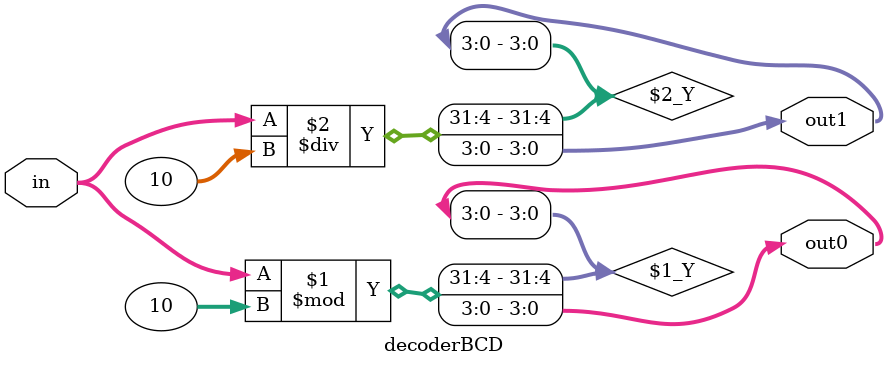
<source format=v>

module decoderBCD (
  in,   //5-bit Input Value
  out0, //4-bit Output BCD Digit 0
  out1  //4-bit Output BCD Digit 1
);

//Input Declaration
input [4:0] in;

//Output Declaration
output [3:0] out0;
output [3:0] out1;

//Data type definition
wire [4:0] in;
wire [3:0] out0;
wire [3:0] out1;

assign out0 = in % 10;
assign out1 = in / 10;
endmodule

</source>
